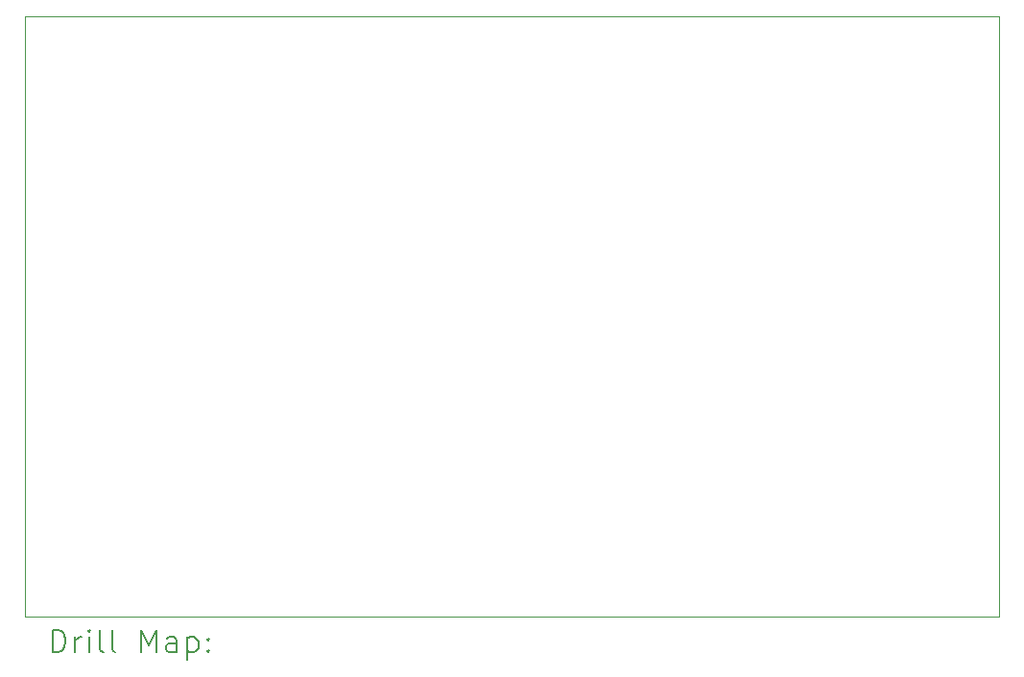
<source format=gbr>
%TF.GenerationSoftware,KiCad,Pcbnew,7.0.1-3b83917a11~172~ubuntu22.04.1*%
%TF.CreationDate,2023-04-13T21:28:02+02:00*%
%TF.ProjectId,dmx_interceptor,646d785f-696e-4746-9572-636570746f72,rev?*%
%TF.SameCoordinates,Original*%
%TF.FileFunction,Drillmap*%
%TF.FilePolarity,Positive*%
%FSLAX45Y45*%
G04 Gerber Fmt 4.5, Leading zero omitted, Abs format (unit mm)*
G04 Created by KiCad (PCBNEW 7.0.1-3b83917a11~172~ubuntu22.04.1) date 2023-04-13 21:28:02*
%MOMM*%
%LPD*%
G01*
G04 APERTURE LIST*
%ADD10C,0.050000*%
%ADD11C,0.200000*%
G04 APERTURE END LIST*
D10*
X5800000Y-6700000D02*
X14400000Y-6700000D01*
X14400000Y-6700000D02*
X14400000Y-12000000D01*
X14400000Y-12000000D02*
X5800000Y-12000000D01*
X5800000Y-12000000D02*
X5800000Y-6700000D01*
D11*
X6045119Y-12315024D02*
X6045119Y-12115024D01*
X6045119Y-12115024D02*
X6092738Y-12115024D01*
X6092738Y-12115024D02*
X6121309Y-12124548D01*
X6121309Y-12124548D02*
X6140357Y-12143595D01*
X6140357Y-12143595D02*
X6149881Y-12162643D01*
X6149881Y-12162643D02*
X6159405Y-12200738D01*
X6159405Y-12200738D02*
X6159405Y-12229309D01*
X6159405Y-12229309D02*
X6149881Y-12267405D01*
X6149881Y-12267405D02*
X6140357Y-12286452D01*
X6140357Y-12286452D02*
X6121309Y-12305500D01*
X6121309Y-12305500D02*
X6092738Y-12315024D01*
X6092738Y-12315024D02*
X6045119Y-12315024D01*
X6245119Y-12315024D02*
X6245119Y-12181690D01*
X6245119Y-12219786D02*
X6254643Y-12200738D01*
X6254643Y-12200738D02*
X6264167Y-12191214D01*
X6264167Y-12191214D02*
X6283214Y-12181690D01*
X6283214Y-12181690D02*
X6302262Y-12181690D01*
X6368928Y-12315024D02*
X6368928Y-12181690D01*
X6368928Y-12115024D02*
X6359405Y-12124548D01*
X6359405Y-12124548D02*
X6368928Y-12134071D01*
X6368928Y-12134071D02*
X6378452Y-12124548D01*
X6378452Y-12124548D02*
X6368928Y-12115024D01*
X6368928Y-12115024D02*
X6368928Y-12134071D01*
X6492738Y-12315024D02*
X6473690Y-12305500D01*
X6473690Y-12305500D02*
X6464167Y-12286452D01*
X6464167Y-12286452D02*
X6464167Y-12115024D01*
X6597500Y-12315024D02*
X6578452Y-12305500D01*
X6578452Y-12305500D02*
X6568928Y-12286452D01*
X6568928Y-12286452D02*
X6568928Y-12115024D01*
X6826071Y-12315024D02*
X6826071Y-12115024D01*
X6826071Y-12115024D02*
X6892738Y-12257881D01*
X6892738Y-12257881D02*
X6959405Y-12115024D01*
X6959405Y-12115024D02*
X6959405Y-12315024D01*
X7140357Y-12315024D02*
X7140357Y-12210262D01*
X7140357Y-12210262D02*
X7130833Y-12191214D01*
X7130833Y-12191214D02*
X7111786Y-12181690D01*
X7111786Y-12181690D02*
X7073690Y-12181690D01*
X7073690Y-12181690D02*
X7054643Y-12191214D01*
X7140357Y-12305500D02*
X7121309Y-12315024D01*
X7121309Y-12315024D02*
X7073690Y-12315024D01*
X7073690Y-12315024D02*
X7054643Y-12305500D01*
X7054643Y-12305500D02*
X7045119Y-12286452D01*
X7045119Y-12286452D02*
X7045119Y-12267405D01*
X7045119Y-12267405D02*
X7054643Y-12248357D01*
X7054643Y-12248357D02*
X7073690Y-12238833D01*
X7073690Y-12238833D02*
X7121309Y-12238833D01*
X7121309Y-12238833D02*
X7140357Y-12229309D01*
X7235595Y-12181690D02*
X7235595Y-12381690D01*
X7235595Y-12191214D02*
X7254643Y-12181690D01*
X7254643Y-12181690D02*
X7292738Y-12181690D01*
X7292738Y-12181690D02*
X7311786Y-12191214D01*
X7311786Y-12191214D02*
X7321309Y-12200738D01*
X7321309Y-12200738D02*
X7330833Y-12219786D01*
X7330833Y-12219786D02*
X7330833Y-12276928D01*
X7330833Y-12276928D02*
X7321309Y-12295976D01*
X7321309Y-12295976D02*
X7311786Y-12305500D01*
X7311786Y-12305500D02*
X7292738Y-12315024D01*
X7292738Y-12315024D02*
X7254643Y-12315024D01*
X7254643Y-12315024D02*
X7235595Y-12305500D01*
X7416548Y-12295976D02*
X7426071Y-12305500D01*
X7426071Y-12305500D02*
X7416548Y-12315024D01*
X7416548Y-12315024D02*
X7407024Y-12305500D01*
X7407024Y-12305500D02*
X7416548Y-12295976D01*
X7416548Y-12295976D02*
X7416548Y-12315024D01*
X7416548Y-12191214D02*
X7426071Y-12200738D01*
X7426071Y-12200738D02*
X7416548Y-12210262D01*
X7416548Y-12210262D02*
X7407024Y-12200738D01*
X7407024Y-12200738D02*
X7416548Y-12191214D01*
X7416548Y-12191214D02*
X7416548Y-12210262D01*
M02*

</source>
